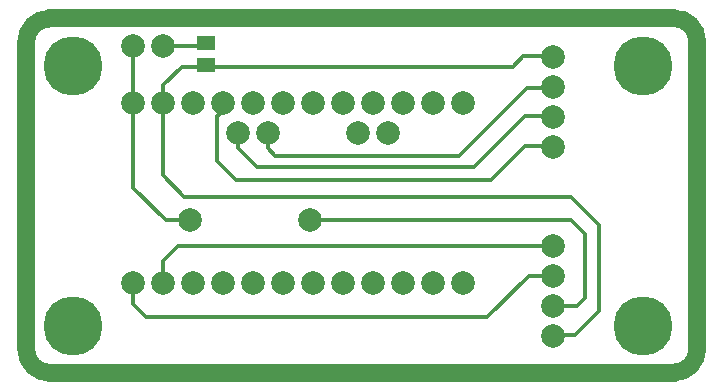
<source format=gbr>
%FSLAX34Y34*%
%MOMM*%
%LNSILK_TOP*%
G71*
G01*
%ADD10C, 1.50*%
%ADD11C, 5.00*%
%ADD12C, 2.00*%
%ADD13C, 0.38*%
%ADD14C, 2.00*%
%ADD15R, 1.60X1.30*%
%LPD*%
G54D10*
X386700Y728900D02*
X914650Y729200D01*
G54D10*
X935050Y708700D02*
X934950Y448900D01*
G54D10*
X915362Y428900D02*
X386700Y428900D01*
G54D10*
X366700Y708900D02*
X366700Y448900D01*
G54D10*
G75*
G01X386700Y728900D02*
G03X366700Y708900I0J-20000D01*
G01*
G54D10*
G75*
G01X366700Y448900D02*
G03X386700Y428900I20000J0D01*
G01*
X406700Y688900D02*
G54D11*
D03*
X406700Y468900D02*
G54D11*
D03*
X888600Y688900D02*
G54D11*
D03*
X888600Y468900D02*
G54D11*
D03*
X813200Y696200D02*
G54D12*
D03*
X813200Y670800D02*
G54D12*
D03*
X813200Y645400D02*
G54D12*
D03*
X813200Y620000D02*
G54D12*
D03*
X812800Y536450D02*
G54D12*
D03*
X812800Y511050D02*
G54D12*
D03*
X812800Y485650D02*
G54D12*
D03*
X812800Y460250D02*
G54D12*
D03*
X736600Y504700D02*
G54D12*
D03*
X711200Y504700D02*
G54D12*
D03*
X685800Y504700D02*
G54D12*
D03*
X660400Y504700D02*
G54D12*
D03*
X635000Y504700D02*
G54D12*
D03*
X609600Y504700D02*
G54D12*
D03*
X584200Y504700D02*
G54D12*
D03*
X558800Y504700D02*
G54D12*
D03*
X533400Y504700D02*
G54D12*
D03*
X508000Y504700D02*
G54D12*
D03*
X482600Y504700D02*
G54D12*
D03*
X457200Y504700D02*
G54D12*
D03*
X736600Y657100D02*
G54D12*
D03*
X711200Y657100D02*
G54D12*
D03*
X685800Y657100D02*
G54D12*
D03*
X660400Y657100D02*
G54D12*
D03*
X635000Y657100D02*
G54D12*
D03*
X609600Y657100D02*
G54D12*
D03*
X584200Y657100D02*
G54D12*
D03*
X558800Y657100D02*
G54D12*
D03*
X533400Y657100D02*
G54D12*
D03*
X508000Y657100D02*
G54D12*
D03*
X482600Y657100D02*
G54D12*
D03*
X457200Y657100D02*
G54D12*
D03*
X546100Y631700D02*
G54D12*
D03*
X571500Y631700D02*
G54D12*
D03*
X673100Y631700D02*
G54D12*
D03*
X647700Y631700D02*
G54D12*
D03*
G54D13*
X571500Y631700D02*
X571500Y619000D01*
X577850Y612650D01*
X733425Y612650D01*
X790575Y669800D01*
X812200Y669800D01*
X813200Y670800D01*
G54D13*
X546100Y631700D02*
X546100Y619000D01*
X561975Y603125D01*
X746125Y603125D01*
X788988Y645988D01*
X814388Y645988D01*
G54D13*
X482600Y504700D02*
X482600Y523750D01*
X495300Y536450D01*
X812800Y536450D01*
G54D13*
X457200Y504700D02*
X457200Y487238D01*
X468312Y476125D01*
X757238Y476125D01*
X792162Y511050D01*
X812800Y511050D01*
G54D13*
X533400Y657100D02*
X533400Y650750D01*
X528638Y645988D01*
X528638Y607888D01*
X544512Y592012D01*
X760412Y592012D01*
X788988Y620588D01*
X812800Y620588D01*
G54D13*
X482600Y657497D02*
X482600Y595981D01*
X500459Y578122D01*
X827881Y578122D01*
X851694Y554309D01*
X851694Y480888D01*
X831850Y461044D01*
X812800Y461044D01*
G54D10*
G75*
G01X935029Y709258D02*
G03X915029Y729258I-20000J0D01*
G01*
G54D10*
G75*
G01X914987Y429129D02*
G03X934987Y449129I0J20000D01*
G01*
X456965Y705239D02*
G54D14*
D03*
X482365Y705239D02*
G54D14*
D03*
X505447Y557938D02*
G54D14*
D03*
X607047Y557938D02*
G54D14*
D03*
G54D13*
X457200Y657225D02*
X457200Y585788D01*
X484981Y558006D01*
X504825Y558006D01*
G54D13*
X607219Y558006D02*
X827881Y558006D01*
X839788Y546100D01*
X839788Y492125D01*
X833438Y485775D01*
X812800Y485775D01*
X518619Y708369D02*
G54D15*
D03*
X518619Y689369D02*
G54D15*
D03*
G54D13*
X482600Y657225D02*
X482600Y672306D01*
X498475Y688181D01*
X519112Y688181D01*
X778669Y688181D01*
X787400Y696912D01*
X814388Y696912D01*
G54D13*
X457200Y657225D02*
X457200Y705644D01*
G54D13*
X482600Y705644D02*
X518319Y705644D01*
X519906Y707231D01*
M02*

</source>
